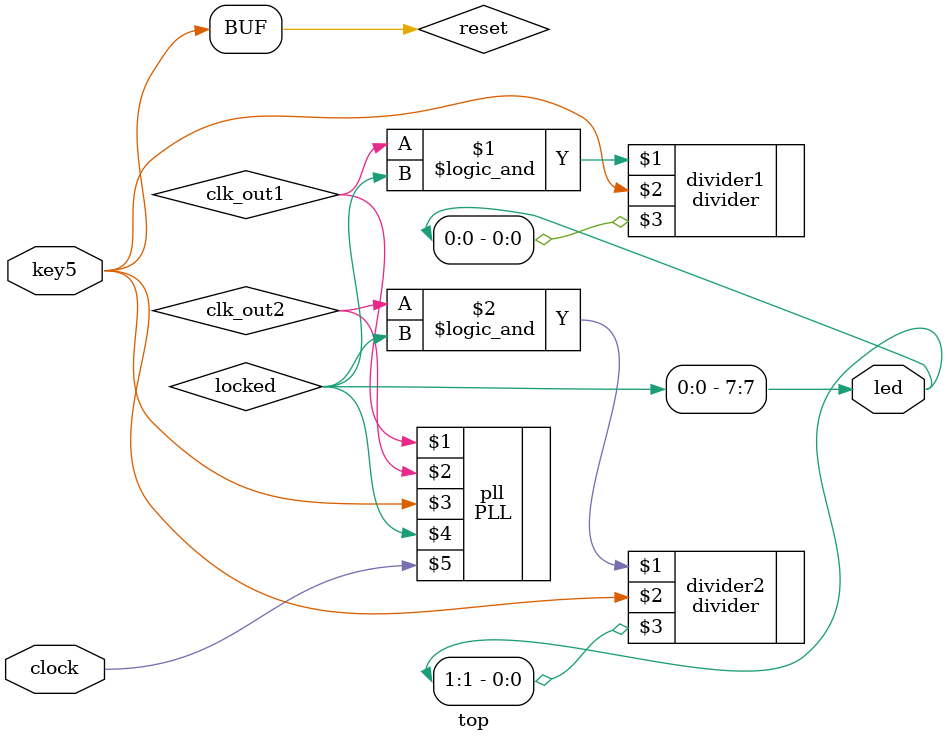
<source format=v>
module top (clock, key5, led);
input clock;
input key5;
output [7:0] led;

wire clk_out1;
wire clk_out2;
wire reset;
wire locked;
assign reset = key5;
assign led[7] = locked;

PLL pll (clk_out1, clk_out2, reset, locked, clock);

divider divider1 (clk_out1 && locked, reset, led[0]);
divider divider2 (clk_out2 && locked, reset, led[1]);

endmodule

</source>
